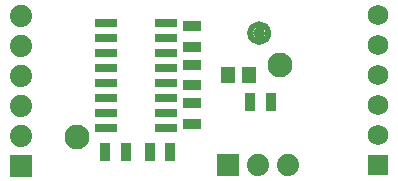
<source format=gts>
G04*
G04 #@! TF.GenerationSoftware,Altium Limited,Altium Designer,24.5.2 (23)*
G04*
G04 Layer_Color=8388736*
%FSLAX44Y44*%
%MOMM*%
G71*
G04*
G04 #@! TF.SameCoordinates,D72FD4D3-B16E-4B8A-B62E-5F70AE2989BD*
G04*
G04*
G04 #@! TF.FilePolarity,Negative*
G04*
G01*
G75*
%ADD21C,0.5080*%
%ADD22R,1.2016X1.4016*%
%ADD23R,0.9500X1.6000*%
%ADD24R,1.6000X0.9500*%
%ADD25R,1.9812X0.7112*%
%ADD26R,1.8796X1.8796*%
%ADD27C,1.8796*%
%ADD28R,1.8796X1.8796*%
%ADD29C,1.7516*%
%ADD30R,1.7516X1.7516*%
%ADD31C,2.1016*%
D21*
X501540Y833000D02*
G03*
X501540Y833000I-2540J0D01*
G01*
X506620D02*
G03*
X506620Y833000I-7620J0D01*
G01*
D22*
X490280Y797500D02*
D03*
X472500D02*
D03*
D23*
X508750Y775000D02*
D03*
X491250Y775000D02*
D03*
X368750Y732500D02*
D03*
X386250D02*
D03*
X423750D02*
D03*
X406250D02*
D03*
D24*
X442500Y821250D02*
D03*
Y838750D02*
D03*
Y756250D02*
D03*
Y773750D02*
D03*
Y788750D02*
D03*
Y806250D02*
D03*
D25*
X420400Y803850D02*
D03*
Y778450D02*
D03*
Y791150D02*
D03*
Y765750D02*
D03*
Y816550D02*
D03*
Y753050D02*
D03*
Y841950D02*
D03*
X369600Y778450D02*
D03*
X420400Y829250D02*
D03*
X369600Y791150D02*
D03*
Y765750D02*
D03*
Y753050D02*
D03*
Y829250D02*
D03*
Y803850D02*
D03*
Y841950D02*
D03*
Y816550D02*
D03*
D26*
X472500Y721300D02*
D03*
D27*
X523300D02*
D03*
X497900D02*
D03*
X297000Y797050D02*
D03*
Y771650D02*
D03*
Y746250D02*
D03*
Y822450D02*
D03*
Y847850D02*
D03*
D28*
Y720850D02*
D03*
D29*
X600000Y848700D02*
D03*
Y823300D02*
D03*
Y797900D02*
D03*
Y772500D02*
D03*
Y747100D02*
D03*
D30*
Y721700D02*
D03*
D31*
X516636Y806196D02*
D03*
X345000Y745000D02*
D03*
M02*

</source>
